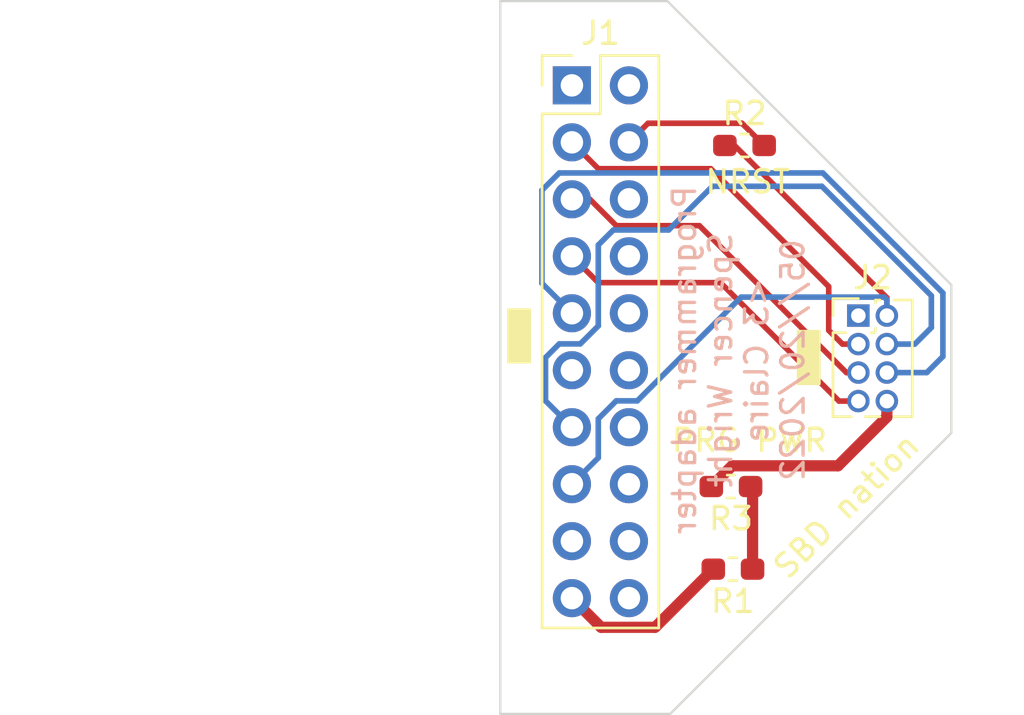
<source format=kicad_pcb>
(kicad_pcb (version 20171130) (host pcbnew "(5.1.6-0-10_14)")

  (general
    (thickness 1.6)
    (drawings 14)
    (tracks 60)
    (zones 0)
    (modules 5)
    (nets 13)
  )

  (page A4)
  (layers
    (0 F.Cu signal)
    (1 PWR power hide)
    (2 GND power hide)
    (31 B.Cu signal)
    (32 B.Adhes user)
    (33 F.Adhes user)
    (34 B.Paste user)
    (35 F.Paste user)
    (36 B.SilkS user)
    (37 F.SilkS user)
    (38 B.Mask user)
    (39 F.Mask user)
    (40 Dwgs.User user)
    (41 Cmts.User user)
    (42 Eco1.User user)
    (43 Eco2.User user)
    (44 Edge.Cuts user)
    (45 Margin user)
    (46 B.CrtYd user)
    (47 F.CrtYd user)
    (48 B.Fab user)
    (49 F.Fab user)
  )

  (setup
    (last_trace_width 0.25)
    (user_trace_width 0.499872)
    (trace_clearance 0.2)
    (zone_clearance 0.508)
    (zone_45_only no)
    (trace_min 0.2)
    (via_size 0.8)
    (via_drill 0.4)
    (via_min_size 0.4)
    (via_min_drill 0.3)
    (uvia_size 0.3)
    (uvia_drill 0.1)
    (uvias_allowed no)
    (uvia_min_size 0.2)
    (uvia_min_drill 0.1)
    (edge_width 0.05)
    (segment_width 0.2)
    (pcb_text_width 0.3)
    (pcb_text_size 1.5 1.5)
    (mod_edge_width 0.12)
    (mod_text_size 1 1)
    (mod_text_width 0.15)
    (pad_size 1.524 1.524)
    (pad_drill 0.762)
    (pad_to_mask_clearance 0.05)
    (aux_axis_origin 0 0)
    (visible_elements FFFFFF7F)
    (pcbplotparams
      (layerselection 0x010fc_ffffffff)
      (usegerberextensions false)
      (usegerberattributes true)
      (usegerberadvancedattributes false)
      (creategerberjobfile true)
      (excludeedgelayer true)
      (linewidth 0.100000)
      (plotframeref false)
      (viasonmask false)
      (mode 1)
      (useauxorigin false)
      (hpglpennumber 1)
      (hpglpenspeed 20)
      (hpglpendiameter 15.000000)
      (psnegative false)
      (psa4output false)
      (plotreference true)
      (plotvalue false)
      (plotinvisibletext false)
      (padsonsilk false)
      (subtractmaskfromsilk true)
      (outputformat 1)
      (mirror false)
      (drillshape 0)
      (scaleselection 1)
      (outputdirectory ""))
  )

  (net 0 "")
  (net 1 /MCU_VDD)
  (net 2 /JNTRST)
  (net 3 GND)
  (net 4 /JTDI)
  (net 5 /SWDIO)
  (net 6 /SWCLK)
  (net 7 "Net-(J1-Pad11)")
  (net 8 /JTDO)
  (net 9 /NRST)
  (net 10 "Net-(J1-Pad17)")
  (net 11 "Net-(J1-Pad19)")
  (net 12 +3V3)

  (net_class Default "This is the default net class."
    (clearance 0.2)
    (trace_width 0.25)
    (via_dia 0.8)
    (via_drill 0.4)
    (uvia_dia 0.3)
    (uvia_drill 0.1)
    (add_net +3V3)
    (add_net /JNTRST)
    (add_net /JTDI)
    (add_net /JTDO)
    (add_net /MCU_VDD)
    (add_net /NRST)
    (add_net /SWCLK)
    (add_net /SWDIO)
    (add_net GND)
    (add_net "Net-(J1-Pad11)")
    (add_net "Net-(J1-Pad17)")
    (add_net "Net-(J1-Pad19)")
  )

  (module Connector_PinHeader_2.54mm:PinHeader_2x10_P2.54mm_Vertical (layer F.Cu) (tedit 59FED5CC) (tstamp 6287CC37)
    (at 69.23 54.53)
    (descr "Through hole straight pin header, 2x10, 2.54mm pitch, double rows")
    (tags "Through hole pin header THT 2x10 2.54mm double row")
    (path /6287C287)
    (fp_text reference J1 (at 1.27 -2.33) (layer F.SilkS)
      (effects (font (size 1 1) (thickness 0.15)))
    )
    (fp_text value Conn_01x20_Male (at 1.27 25.19) (layer F.Fab)
      (effects (font (size 1 1) (thickness 0.15)))
    )
    (fp_line (start 4.35 -1.8) (end -1.8 -1.8) (layer F.CrtYd) (width 0.05))
    (fp_line (start 4.35 24.65) (end 4.35 -1.8) (layer F.CrtYd) (width 0.05))
    (fp_line (start -1.8 24.65) (end 4.35 24.65) (layer F.CrtYd) (width 0.05))
    (fp_line (start -1.8 -1.8) (end -1.8 24.65) (layer F.CrtYd) (width 0.05))
    (fp_line (start -1.33 -1.33) (end 0 -1.33) (layer F.SilkS) (width 0.12))
    (fp_line (start -1.33 0) (end -1.33 -1.33) (layer F.SilkS) (width 0.12))
    (fp_line (start 1.27 -1.33) (end 3.87 -1.33) (layer F.SilkS) (width 0.12))
    (fp_line (start 1.27 1.27) (end 1.27 -1.33) (layer F.SilkS) (width 0.12))
    (fp_line (start -1.33 1.27) (end 1.27 1.27) (layer F.SilkS) (width 0.12))
    (fp_line (start 3.87 -1.33) (end 3.87 24.19) (layer F.SilkS) (width 0.12))
    (fp_line (start -1.33 1.27) (end -1.33 24.19) (layer F.SilkS) (width 0.12))
    (fp_line (start -1.33 24.19) (end 3.87 24.19) (layer F.SilkS) (width 0.12))
    (fp_line (start -1.27 0) (end 0 -1.27) (layer F.Fab) (width 0.1))
    (fp_line (start -1.27 24.13) (end -1.27 0) (layer F.Fab) (width 0.1))
    (fp_line (start 3.81 24.13) (end -1.27 24.13) (layer F.Fab) (width 0.1))
    (fp_line (start 3.81 -1.27) (end 3.81 24.13) (layer F.Fab) (width 0.1))
    (fp_line (start 0 -1.27) (end 3.81 -1.27) (layer F.Fab) (width 0.1))
    (fp_text user %R (at 1.27 11.43 90) (layer F.Fab)
      (effects (font (size 1 1) (thickness 0.15)))
    )
    (pad 1 thru_hole rect (at 0 0) (size 1.7 1.7) (drill 1) (layers *.Cu *.Mask)
      (net 1 /MCU_VDD))
    (pad 2 thru_hole oval (at 2.54 0) (size 1.7 1.7) (drill 1) (layers *.Cu *.Mask)
      (net 1 /MCU_VDD))
    (pad 3 thru_hole oval (at 0 2.54) (size 1.7 1.7) (drill 1) (layers *.Cu *.Mask)
      (net 2 /JNTRST))
    (pad 4 thru_hole oval (at 2.54 2.54) (size 1.7 1.7) (drill 1) (layers *.Cu *.Mask)
      (net 3 GND))
    (pad 5 thru_hole oval (at 0 5.08) (size 1.7 1.7) (drill 1) (layers *.Cu *.Mask)
      (net 4 /JTDI))
    (pad 6 thru_hole oval (at 2.54 5.08) (size 1.7 1.7) (drill 1) (layers *.Cu *.Mask)
      (net 3 GND))
    (pad 7 thru_hole oval (at 0 7.62) (size 1.7 1.7) (drill 1) (layers *.Cu *.Mask)
      (net 5 /SWDIO))
    (pad 8 thru_hole oval (at 2.54 7.62) (size 1.7 1.7) (drill 1) (layers *.Cu *.Mask)
      (net 3 GND))
    (pad 9 thru_hole oval (at 0 10.16) (size 1.7 1.7) (drill 1) (layers *.Cu *.Mask)
      (net 6 /SWCLK))
    (pad 10 thru_hole oval (at 2.54 10.16) (size 1.7 1.7) (drill 1) (layers *.Cu *.Mask)
      (net 3 GND))
    (pad 11 thru_hole oval (at 0 12.7) (size 1.7 1.7) (drill 1) (layers *.Cu *.Mask)
      (net 7 "Net-(J1-Pad11)"))
    (pad 12 thru_hole oval (at 2.54 12.7) (size 1.7 1.7) (drill 1) (layers *.Cu *.Mask)
      (net 3 GND))
    (pad 13 thru_hole oval (at 0 15.24) (size 1.7 1.7) (drill 1) (layers *.Cu *.Mask)
      (net 8 /JTDO))
    (pad 14 thru_hole oval (at 2.54 15.24) (size 1.7 1.7) (drill 1) (layers *.Cu *.Mask)
      (net 3 GND))
    (pad 15 thru_hole oval (at 0 17.78) (size 1.7 1.7) (drill 1) (layers *.Cu *.Mask)
      (net 9 /NRST))
    (pad 16 thru_hole oval (at 2.54 17.78) (size 1.7 1.7) (drill 1) (layers *.Cu *.Mask)
      (net 3 GND))
    (pad 17 thru_hole oval (at 0 20.32) (size 1.7 1.7) (drill 1) (layers *.Cu *.Mask)
      (net 10 "Net-(J1-Pad17)"))
    (pad 18 thru_hole oval (at 2.54 20.32) (size 1.7 1.7) (drill 1) (layers *.Cu *.Mask)
      (net 3 GND))
    (pad 19 thru_hole oval (at 0 22.86) (size 1.7 1.7) (drill 1) (layers *.Cu *.Mask)
      (net 11 "Net-(J1-Pad19)"))
    (pad 20 thru_hole oval (at 2.54 22.86) (size 1.7 1.7) (drill 1) (layers *.Cu *.Mask)
      (net 3 GND))
    (model ${KISYS3DMOD}/Connector_PinHeader_2.54mm.3dshapes/PinHeader_2x10_P2.54mm_Vertical.wrl
      (at (xyz 0 0 0))
      (scale (xyz 1 1 1))
      (rotate (xyz 0 0 0))
    )
  )

  (module Connector_PinHeader_1.27mm:PinHeader_2x04_P1.27mm_Vertical (layer F.Cu) (tedit 59FED6E3) (tstamp 6287CC5A)
    (at 81.9912 64.7954)
    (descr "Through hole straight pin header, 2x04, 1.27mm pitch, double rows")
    (tags "Through hole pin header THT 2x04 1.27mm double row")
    (path /6287DFCF)
    (fp_text reference J2 (at 0.635 -1.695) (layer F.SilkS)
      (effects (font (size 1 1) (thickness 0.15)))
    )
    (fp_text value Conn_01x08_Male (at 0.635 5.505) (layer F.Fab)
      (effects (font (size 1 1) (thickness 0.15)))
    )
    (fp_line (start 2.85 -1.15) (end -1.6 -1.15) (layer F.CrtYd) (width 0.05))
    (fp_line (start 2.85 4.95) (end 2.85 -1.15) (layer F.CrtYd) (width 0.05))
    (fp_line (start -1.6 4.95) (end 2.85 4.95) (layer F.CrtYd) (width 0.05))
    (fp_line (start -1.6 -1.15) (end -1.6 4.95) (layer F.CrtYd) (width 0.05))
    (fp_line (start -1.13 -0.76) (end 0 -0.76) (layer F.SilkS) (width 0.12))
    (fp_line (start -1.13 0) (end -1.13 -0.76) (layer F.SilkS) (width 0.12))
    (fp_line (start 1.57753 -0.695) (end 2.4 -0.695) (layer F.SilkS) (width 0.12))
    (fp_line (start 0.76 -0.695) (end 0.96247 -0.695) (layer F.SilkS) (width 0.12))
    (fp_line (start 0.76 -0.563471) (end 0.76 -0.695) (layer F.SilkS) (width 0.12))
    (fp_line (start 0.76 0.706529) (end 0.76 0.563471) (layer F.SilkS) (width 0.12))
    (fp_line (start 0.563471 0.76) (end 0.706529 0.76) (layer F.SilkS) (width 0.12))
    (fp_line (start -1.13 0.76) (end -0.563471 0.76) (layer F.SilkS) (width 0.12))
    (fp_line (start 2.4 -0.695) (end 2.4 4.505) (layer F.SilkS) (width 0.12))
    (fp_line (start -1.13 0.76) (end -1.13 4.505) (layer F.SilkS) (width 0.12))
    (fp_line (start 0.30753 4.505) (end 0.96247 4.505) (layer F.SilkS) (width 0.12))
    (fp_line (start 1.57753 4.505) (end 2.4 4.505) (layer F.SilkS) (width 0.12))
    (fp_line (start -1.13 4.505) (end -0.30753 4.505) (layer F.SilkS) (width 0.12))
    (fp_line (start -1.07 0.2175) (end -0.2175 -0.635) (layer F.Fab) (width 0.1))
    (fp_line (start -1.07 4.445) (end -1.07 0.2175) (layer F.Fab) (width 0.1))
    (fp_line (start 2.34 4.445) (end -1.07 4.445) (layer F.Fab) (width 0.1))
    (fp_line (start 2.34 -0.635) (end 2.34 4.445) (layer F.Fab) (width 0.1))
    (fp_line (start -0.2175 -0.635) (end 2.34 -0.635) (layer F.Fab) (width 0.1))
    (fp_text user %R (at 0.635 1.905 90) (layer F.Fab)
      (effects (font (size 1 1) (thickness 0.15)))
    )
    (pad 1 thru_hole rect (at 0 0) (size 1 1) (drill 0.65) (layers *.Cu *.Mask)
      (net 3 GND))
    (pad 2 thru_hole oval (at 1.27 0) (size 1 1) (drill 0.65) (layers *.Cu *.Mask)
      (net 9 /NRST))
    (pad 3 thru_hole oval (at 0 1.27) (size 1 1) (drill 0.65) (layers *.Cu *.Mask)
      (net 2 /JNTRST))
    (pad 4 thru_hole oval (at 1.27 1.27) (size 1 1) (drill 0.65) (layers *.Cu *.Mask)
      (net 8 /JTDO))
    (pad 5 thru_hole oval (at 0 2.54) (size 1 1) (drill 0.65) (layers *.Cu *.Mask)
      (net 4 /JTDI))
    (pad 6 thru_hole oval (at 1.27 2.54) (size 1 1) (drill 0.65) (layers *.Cu *.Mask)
      (net 6 /SWCLK))
    (pad 7 thru_hole oval (at 0 3.81) (size 1 1) (drill 0.65) (layers *.Cu *.Mask)
      (net 5 /SWDIO))
    (pad 8 thru_hole oval (at 1.27 3.81) (size 1 1) (drill 0.65) (layers *.Cu *.Mask)
      (net 1 /MCU_VDD))
    (model ${KISYS3DMOD}/Connector_PinHeader_1.27mm.3dshapes/PinHeader_2x04_P1.27mm_Vertical.wrl
      (at (xyz 0 0 0))
      (scale (xyz 1 1 1))
      (rotate (xyz 0 0 0))
    )
  )

  (module Resistor_SMD:R_0603_1608Metric_Pad1.05x0.95mm_HandSolder (layer F.Cu) (tedit 5B301BBD) (tstamp 6287CC6B)
    (at 76.4032 76.0984 180)
    (descr "Resistor SMD 0603 (1608 Metric), square (rectangular) end terminal, IPC_7351 nominal with elongated pad for handsoldering. (Body size source: http://www.tortai-tech.com/upload/download/2011102023233369053.pdf), generated with kicad-footprint-generator")
    (tags "resistor handsolder")
    (path /628837D1)
    (attr smd)
    (fp_text reference R1 (at 0 -1.43) (layer F.SilkS)
      (effects (font (size 1 1) (thickness 0.15)))
    )
    (fp_text value 0 (at 0 1.43) (layer F.Fab)
      (effects (font (size 1 1) (thickness 0.15)))
    )
    (fp_line (start 1.65 0.73) (end -1.65 0.73) (layer F.CrtYd) (width 0.05))
    (fp_line (start 1.65 -0.73) (end 1.65 0.73) (layer F.CrtYd) (width 0.05))
    (fp_line (start -1.65 -0.73) (end 1.65 -0.73) (layer F.CrtYd) (width 0.05))
    (fp_line (start -1.65 0.73) (end -1.65 -0.73) (layer F.CrtYd) (width 0.05))
    (fp_line (start -0.171267 0.51) (end 0.171267 0.51) (layer F.SilkS) (width 0.12))
    (fp_line (start -0.171267 -0.51) (end 0.171267 -0.51) (layer F.SilkS) (width 0.12))
    (fp_line (start 0.8 0.4) (end -0.8 0.4) (layer F.Fab) (width 0.1))
    (fp_line (start 0.8 -0.4) (end 0.8 0.4) (layer F.Fab) (width 0.1))
    (fp_line (start -0.8 -0.4) (end 0.8 -0.4) (layer F.Fab) (width 0.1))
    (fp_line (start -0.8 0.4) (end -0.8 -0.4) (layer F.Fab) (width 0.1))
    (fp_text user %R (at 0 0) (layer F.Fab)
      (effects (font (size 0.4 0.4) (thickness 0.06)))
    )
    (pad 1 smd roundrect (at -0.875 0 180) (size 1.05 0.95) (layers F.Cu F.Paste F.Mask) (roundrect_rratio 0.25)
      (net 12 +3V3))
    (pad 2 smd roundrect (at 0.875 0 180) (size 1.05 0.95) (layers F.Cu F.Paste F.Mask) (roundrect_rratio 0.25)
      (net 11 "Net-(J1-Pad19)"))
    (model ${KISYS3DMOD}/Resistor_SMD.3dshapes/R_0603_1608Metric.wrl
      (at (xyz 0 0 0))
      (scale (xyz 1 1 1))
      (rotate (xyz 0 0 0))
    )
  )

  (module Resistor_SMD:R_0603_1608Metric_Pad1.05x0.95mm_HandSolder (layer F.Cu) (tedit 5B301BBD) (tstamp 6287CC7C)
    (at 76.92 57.21)
    (descr "Resistor SMD 0603 (1608 Metric), square (rectangular) end terminal, IPC_7351 nominal with elongated pad for handsoldering. (Body size source: http://www.tortai-tech.com/upload/download/2011102023233369053.pdf), generated with kicad-footprint-generator")
    (tags "resistor handsolder")
    (path /6288D2E4)
    (attr smd)
    (fp_text reference R2 (at 0 -1.43) (layer F.SilkS)
      (effects (font (size 1 1) (thickness 0.15)))
    )
    (fp_text value DNI (at 0 1.43) (layer F.Fab)
      (effects (font (size 1 1) (thickness 0.15)))
    )
    (fp_text user %R (at 0 0) (layer F.Fab)
      (effects (font (size 0.4 0.4) (thickness 0.06)))
    )
    (fp_line (start -0.8 0.4) (end -0.8 -0.4) (layer F.Fab) (width 0.1))
    (fp_line (start -0.8 -0.4) (end 0.8 -0.4) (layer F.Fab) (width 0.1))
    (fp_line (start 0.8 -0.4) (end 0.8 0.4) (layer F.Fab) (width 0.1))
    (fp_line (start 0.8 0.4) (end -0.8 0.4) (layer F.Fab) (width 0.1))
    (fp_line (start -0.171267 -0.51) (end 0.171267 -0.51) (layer F.SilkS) (width 0.12))
    (fp_line (start -0.171267 0.51) (end 0.171267 0.51) (layer F.SilkS) (width 0.12))
    (fp_line (start -1.65 0.73) (end -1.65 -0.73) (layer F.CrtYd) (width 0.05))
    (fp_line (start -1.65 -0.73) (end 1.65 -0.73) (layer F.CrtYd) (width 0.05))
    (fp_line (start 1.65 -0.73) (end 1.65 0.73) (layer F.CrtYd) (width 0.05))
    (fp_line (start 1.65 0.73) (end -1.65 0.73) (layer F.CrtYd) (width 0.05))
    (pad 2 smd roundrect (at 0.875 0) (size 1.05 0.95) (layers F.Cu F.Paste F.Mask) (roundrect_rratio 0.25)
      (net 3 GND))
    (pad 1 smd roundrect (at -0.875 0) (size 1.05 0.95) (layers F.Cu F.Paste F.Mask) (roundrect_rratio 0.25)
      (net 9 /NRST))
    (model ${KISYS3DMOD}/Resistor_SMD.3dshapes/R_0603_1608Metric.wrl
      (at (xyz 0 0 0))
      (scale (xyz 1 1 1))
      (rotate (xyz 0 0 0))
    )
  )

  (module Resistor_SMD:R_0603_1608Metric_Pad1.05x0.95mm_HandSolder (layer F.Cu) (tedit 5B301BBD) (tstamp 6287CC8D)
    (at 76.3156 72.4154 180)
    (descr "Resistor SMD 0603 (1608 Metric), square (rectangular) end terminal, IPC_7351 nominal with elongated pad for handsoldering. (Body size source: http://www.tortai-tech.com/upload/download/2011102023233369053.pdf), generated with kicad-footprint-generator")
    (tags "resistor handsolder")
    (path /62892696)
    (attr smd)
    (fp_text reference R3 (at 0 -1.43) (layer F.SilkS)
      (effects (font (size 1 1) (thickness 0.15)))
    )
    (fp_text value DNI (at 0 1.43) (layer F.Fab)
      (effects (font (size 1 1) (thickness 0.15)))
    )
    (fp_line (start 1.65 0.73) (end -1.65 0.73) (layer F.CrtYd) (width 0.05))
    (fp_line (start 1.65 -0.73) (end 1.65 0.73) (layer F.CrtYd) (width 0.05))
    (fp_line (start -1.65 -0.73) (end 1.65 -0.73) (layer F.CrtYd) (width 0.05))
    (fp_line (start -1.65 0.73) (end -1.65 -0.73) (layer F.CrtYd) (width 0.05))
    (fp_line (start -0.171267 0.51) (end 0.171267 0.51) (layer F.SilkS) (width 0.12))
    (fp_line (start -0.171267 -0.51) (end 0.171267 -0.51) (layer F.SilkS) (width 0.12))
    (fp_line (start 0.8 0.4) (end -0.8 0.4) (layer F.Fab) (width 0.1))
    (fp_line (start 0.8 -0.4) (end 0.8 0.4) (layer F.Fab) (width 0.1))
    (fp_line (start -0.8 -0.4) (end 0.8 -0.4) (layer F.Fab) (width 0.1))
    (fp_line (start -0.8 0.4) (end -0.8 -0.4) (layer F.Fab) (width 0.1))
    (fp_text user %R (at 0 0) (layer F.Fab)
      (effects (font (size 0.4 0.4) (thickness 0.06)))
    )
    (pad 1 smd roundrect (at -0.875 0 180) (size 1.05 0.95) (layers F.Cu F.Paste F.Mask) (roundrect_rratio 0.25)
      (net 12 +3V3))
    (pad 2 smd roundrect (at 0.875 0 180) (size 1.05 0.95) (layers F.Cu F.Paste F.Mask) (roundrect_rratio 0.25)
      (net 1 /MCU_VDD))
    (model ${KISYS3DMOD}/Resistor_SMD.3dshapes/R_0603_1608Metric.wrl
      (at (xyz 0 0 0))
      (scale (xyz 1 1 1))
      (rotate (xyz 0 0 0))
    )
  )

  (gr_poly (pts (xy 80.264 67.818) (xy 80.2386 67.818) (xy 80.264 67.8434) (xy 79.2988 67.8434) (xy 79.2988 65.4812) (xy 80.264 65.4812)) (layer F.SilkS) (width 0.1) (tstamp 6287D37E))
  (gr_poly (pts (xy 67.3608 66.8528) (xy 67.3354 66.8528) (xy 67.3608 66.8782) (xy 66.3956 66.8782) (xy 66.3956 64.516) (xy 67.3608 64.516)) (layer F.SilkS) (width 0.1))
  (gr_text "PRG PWR" (at 77.1398 70.358) (layer F.SilkS) (tstamp 6287D321)
    (effects (font (size 1 1) (thickness 0.15)))
  )
  (gr_text NRST (at 77.0636 58.8264) (layer F.SilkS) (tstamp 6287D321)
    (effects (font (size 1 1) (thickness 0.15)))
  )
  (gr_text "SBD nation" (at 81.4578 73.279 45) (layer F.SilkS)
    (effects (font (size 1 1) (thickness 0.15)))
  )
  (gr_text "Programmer adapter\nSpencer Wright\n<3 Claire\n05//20/2022" (at 76.6572 66.7766 90) (layer B.SilkS)
    (effects (font (size 1 1) (thickness 0.15)) (justify mirror))
  )
  (dimension 31.75 (width 0.15) (layer Dwgs.User)
    (gr_text "1.2500 in" (at 57.12 66.675 270) (layer Dwgs.User)
      (effects (font (size 1 1) (thickness 0.15)))
    )
    (feature1 (pts (xy 66.04 82.55) (xy 57.833579 82.55)))
    (feature2 (pts (xy 66.04 50.8) (xy 57.833579 50.8)))
    (crossbar (pts (xy 58.42 50.8) (xy 58.42 82.55)))
    (arrow1a (pts (xy 58.42 82.55) (xy 57.833579 81.423496)))
    (arrow1b (pts (xy 58.42 82.55) (xy 59.006421 81.423496)))
    (arrow2a (pts (xy 58.42 50.8) (xy 57.833579 51.926504)))
    (arrow2b (pts (xy 58.42 50.8) (xy 59.006421 51.926504)))
  )
  (gr_line (start 86.1314 70.0278) (end 86.1314 63.4238) (layer Edge.Cuts) (width 0.1))
  (gr_line (start 73.4822 50.7746) (end 86.1314 63.4238) (layer Edge.Cuts) (width 0.1))
  (gr_line (start 66.04 50.7746) (end 73.4822 50.7746) (layer Edge.Cuts) (width 0.1))
  (gr_line (start 66.04 82.55) (end 66.04 50.7746) (layer Edge.Cuts) (width 0.1))
  (gr_line (start 73.6092 82.55) (end 66.04 82.55) (layer Edge.Cuts) (width 0.1))
  (gr_line (start 86.1314 70.0278) (end 73.6092 82.55) (layer Edge.Cuts) (width 0.1))
  (dimension 15.875 (width 0.15) (layer Dwgs.User)
    (gr_text "0.6250 in" (at 47.4172 58.7375 270) (layer Dwgs.User)
      (effects (font (size 1 1) (thickness 0.15)))
    )
    (feature1 (pts (xy 66.04 66.675) (xy 48.130779 66.675)))
    (feature2 (pts (xy 66.04 50.8) (xy 48.130779 50.8)))
    (crossbar (pts (xy 48.7172 50.8) (xy 48.7172 66.675)))
    (arrow1a (pts (xy 48.7172 66.675) (xy 48.130779 65.548496)))
    (arrow1b (pts (xy 48.7172 66.675) (xy 49.303621 65.548496)))
    (arrow2a (pts (xy 48.7172 50.8) (xy 48.130779 51.926504)))
    (arrow2b (pts (xy 48.7172 50.8) (xy 49.303621 51.926504)))
  )

  (segment (start 76.365546 71.490454) (end 75.4406 72.4154) (width 0.499872) (layer F.Cu) (net 1))
  (segment (start 83.2612 69.312506) (end 81.083252 71.490454) (width 0.499872) (layer F.Cu) (net 1))
  (segment (start 81.083252 71.490454) (end 76.365546 71.490454) (width 0.499872) (layer F.Cu) (net 1))
  (segment (start 83.2612 68.6054) (end 83.2612 69.312506) (width 0.499872) (layer F.Cu) (net 1))
  (segment (start 81.284094 66.0654) (end 80.6704 65.451706) (width 0.25) (layer F.Cu) (net 2))
  (segment (start 81.9912 66.0654) (end 81.284094 66.0654) (width 0.25) (layer F.Cu) (net 2))
  (segment (start 80.6704 65.451706) (end 80.6704 63.5) (width 0.25) (layer F.Cu) (net 2))
  (segment (start 75.415401 58.245001) (end 70.405001 58.245001) (width 0.25) (layer F.Cu) (net 2))
  (segment (start 70.405001 58.245001) (end 69.23 57.07) (width 0.25) (layer F.Cu) (net 2))
  (segment (start 80.6704 63.5) (end 75.415401 58.245001) (width 0.25) (layer F.Cu) (net 2))
  (segment (start 76.805001 56.220001) (end 72.619999 56.220001) (width 0.25) (layer F.Cu) (net 3))
  (segment (start 72.619999 56.220001) (end 71.77 57.07) (width 0.25) (layer F.Cu) (net 3))
  (segment (start 77.795 57.21) (end 76.805001 56.220001) (width 0.25) (layer F.Cu) (net 3))
  (segment (start 71.205999 60.785001) (end 74.907401 60.785001) (width 0.25) (layer F.Cu) (net 4))
  (segment (start 70.030998 59.61) (end 71.205999 60.785001) (width 0.25) (layer F.Cu) (net 4))
  (segment (start 69.23 59.61) (end 70.030998 59.61) (width 0.25) (layer F.Cu) (net 4))
  (segment (start 81.4578 67.3354) (end 81.9912 67.3354) (width 0.25) (layer F.Cu) (net 4))
  (segment (start 74.907401 60.785001) (end 81.4578 67.3354) (width 0.25) (layer F.Cu) (net 4))
  (segment (start 81.9912 68.6054) (end 81.1276 68.6054) (width 0.25) (layer F.Cu) (net 5))
  (segment (start 75.847201 63.325001) (end 70.405001 63.325001) (width 0.25) (layer F.Cu) (net 5))
  (segment (start 70.405001 63.325001) (end 69.23 62.15) (width 0.25) (layer F.Cu) (net 5))
  (segment (start 81.1276 68.6054) (end 75.847201 63.325001) (width 0.25) (layer F.Cu) (net 5))
  (segment (start 83.2612 67.3354) (end 85.0392 67.3354) (width 0.25) (layer B.Cu) (net 6))
  (segment (start 85.0392 67.3354) (end 85.75639 66.61821) (width 0.25) (layer B.Cu) (net 6))
  (segment (start 85.75639 66.61821) (end 85.75639 63.78539) (width 0.25) (layer B.Cu) (net 6))
  (segment (start 67.8942 63.3542) (end 69.23 64.69) (width 0.25) (layer B.Cu) (net 6))
  (segment (start 68.665999 58.434999) (end 67.8942 59.206798) (width 0.25) (layer B.Cu) (net 6))
  (segment (start 80.405999 58.434999) (end 68.665999 58.434999) (width 0.25) (layer B.Cu) (net 6))
  (segment (start 67.8942 59.206798) (end 67.8942 63.3542) (width 0.25) (layer B.Cu) (net 6))
  (segment (start 85.75639 63.78539) (end 80.405999 58.434999) (width 0.25) (layer B.Cu) (net 6))
  (segment (start 83.2612 66.0654) (end 84.5058 66.0654) (width 0.25) (layer B.Cu) (net 8))
  (segment (start 85.2424 65.3288) (end 85.2424 63.90781) (width 0.25) (layer B.Cu) (net 8))
  (segment (start 84.5058 66.0654) (end 85.2424 65.3288) (width 0.25) (layer B.Cu) (net 8))
  (segment (start 85.2424 63.90781) (end 80.36419 59.0296) (width 0.25) (layer B.Cu) (net 8))
  (segment (start 80.36419 59.0296) (end 75.4888 59.0296) (width 0.25) (layer B.Cu) (net 8))
  (segment (start 68.054999 68.594999) (end 69.23 69.77) (width 0.25) (layer B.Cu) (net 8))
  (segment (start 68.054999 66.665999) (end 68.054999 68.594999) (width 0.25) (layer B.Cu) (net 8))
  (segment (start 69.604003 66.054999) (end 68.665999 66.054999) (width 0.25) (layer B.Cu) (net 8))
  (segment (start 70.405001 65.254001) (end 69.604003 66.054999) (width 0.25) (layer B.Cu) (net 8))
  (segment (start 68.665999 66.054999) (end 68.054999 66.665999) (width 0.25) (layer B.Cu) (net 8))
  (segment (start 70.405001 61.649599) (end 70.405001 65.254001) (width 0.25) (layer B.Cu) (net 8))
  (segment (start 71.079601 60.974999) (end 70.405001 61.649599) (width 0.25) (layer B.Cu) (net 8))
  (segment (start 73.543401 60.974999) (end 71.079601 60.974999) (width 0.25) (layer B.Cu) (net 8))
  (segment (start 75.4888 59.0296) (end 73.543401 60.974999) (width 0.25) (layer B.Cu) (net 8))
  (segment (start 76.47449 57.21) (end 76.045 57.21) (width 0.25) (layer F.Cu) (net 9))
  (segment (start 83.2612 63.99671) (end 76.47449 57.21) (width 0.25) (layer F.Cu) (net 9))
  (segment (start 83.2612 64.7954) (end 83.2612 63.99671) (width 0.25) (layer F.Cu) (net 9))
  (segment (start 70.405001 69.395997) (end 70.405001 71.134999) (width 0.25) (layer B.Cu) (net 9))
  (segment (start 71.205999 68.594999) (end 70.405001 69.395997) (width 0.25) (layer B.Cu) (net 9))
  (segment (start 72.144003 68.594999) (end 71.205999 68.594999) (width 0.25) (layer B.Cu) (net 9))
  (segment (start 76.768603 63.970399) (end 72.144003 68.594999) (width 0.25) (layer B.Cu) (net 9))
  (segment (start 83.143305 63.970399) (end 76.768603 63.970399) (width 0.25) (layer B.Cu) (net 9))
  (segment (start 83.2612 64.088294) (end 83.143305 63.970399) (width 0.25) (layer B.Cu) (net 9))
  (segment (start 70.405001 71.134999) (end 69.23 72.31) (width 0.25) (layer B.Cu) (net 9))
  (segment (start 83.2612 64.7954) (end 83.2612 64.088294) (width 0.25) (layer B.Cu) (net 9))
  (segment (start 70.529937 78.689937) (end 69.23 77.39) (width 0.499872) (layer F.Cu) (net 11))
  (segment (start 72.936663 78.689937) (end 70.529937 78.689937) (width 0.499872) (layer F.Cu) (net 11))
  (segment (start 75.5282 76.0984) (end 72.936663 78.689937) (width 0.499872) (layer F.Cu) (net 11))
  (segment (start 77.2782 72.503) (end 77.1906 72.4154) (width 0.499872) (layer F.Cu) (net 12))
  (segment (start 77.2782 76.0984) (end 77.2782 72.503) (width 0.499872) (layer F.Cu) (net 12))

  (zone (net 1) (net_name /MCU_VDD) (layer PWR) (tstamp 6287D390) (hatch edge 0.508)
    (connect_pads (clearance 0.508))
    (min_thickness 0.254)
    (fill yes (arc_segments 32) (thermal_gap 0.508) (thermal_bridge_width 0.508))
    (polygon
      (pts
        (xy 91.44 82.55) (xy 66.04 82.55) (xy 66.04 50.8) (xy 91.44 50.8)
      )
    )
    (filled_polygon
      (pts
        (xy 85.446401 63.707538) (xy 85.4464 69.744063) (xy 73.325464 81.865) (xy 66.725 81.865) (xy 66.725 55.38)
        (xy 67.741928 55.38) (xy 67.754188 55.504482) (xy 67.790498 55.62418) (xy 67.849463 55.734494) (xy 67.928815 55.831185)
        (xy 68.025506 55.910537) (xy 68.13582 55.969502) (xy 68.20838 55.991513) (xy 68.076525 56.123368) (xy 67.91401 56.366589)
        (xy 67.802068 56.636842) (xy 67.745 56.92374) (xy 67.745 57.21626) (xy 67.802068 57.503158) (xy 67.91401 57.773411)
        (xy 68.076525 58.016632) (xy 68.283368 58.223475) (xy 68.45776 58.34) (xy 68.283368 58.456525) (xy 68.076525 58.663368)
        (xy 67.91401 58.906589) (xy 67.802068 59.176842) (xy 67.745 59.46374) (xy 67.745 59.75626) (xy 67.802068 60.043158)
        (xy 67.91401 60.313411) (xy 68.076525 60.556632) (xy 68.283368 60.763475) (xy 68.45776 60.88) (xy 68.283368 60.996525)
        (xy 68.076525 61.203368) (xy 67.91401 61.446589) (xy 67.802068 61.716842) (xy 67.745 62.00374) (xy 67.745 62.29626)
        (xy 67.802068 62.583158) (xy 67.91401 62.853411) (xy 68.076525 63.096632) (xy 68.283368 63.303475) (xy 68.45776 63.42)
        (xy 68.283368 63.536525) (xy 68.076525 63.743368) (xy 67.91401 63.986589) (xy 67.802068 64.256842) (xy 67.745 64.54374)
        (xy 67.745 64.83626) (xy 67.802068 65.123158) (xy 67.91401 65.393411) (xy 68.076525 65.636632) (xy 68.283368 65.843475)
        (xy 68.45776 65.96) (xy 68.283368 66.076525) (xy 68.076525 66.283368) (xy 67.91401 66.526589) (xy 67.802068 66.796842)
        (xy 67.745 67.08374) (xy 67.745 67.37626) (xy 67.802068 67.663158) (xy 67.91401 67.933411) (xy 68.076525 68.176632)
        (xy 68.283368 68.383475) (xy 68.45776 68.5) (xy 68.283368 68.616525) (xy 68.076525 68.823368) (xy 67.91401 69.066589)
        (xy 67.802068 69.336842) (xy 67.745 69.62374) (xy 67.745 69.91626) (xy 67.802068 70.203158) (xy 67.91401 70.473411)
        (xy 68.076525 70.716632) (xy 68.283368 70.923475) (xy 68.45776 71.04) (xy 68.283368 71.156525) (xy 68.076525 71.363368)
        (xy 67.91401 71.606589) (xy 67.802068 71.876842) (xy 67.745 72.16374) (xy 67.745 72.45626) (xy 67.802068 72.743158)
        (xy 67.91401 73.013411) (xy 68.076525 73.256632) (xy 68.283368 73.463475) (xy 68.45776 73.58) (xy 68.283368 73.696525)
        (xy 68.076525 73.903368) (xy 67.91401 74.146589) (xy 67.802068 74.416842) (xy 67.745 74.70374) (xy 67.745 74.99626)
        (xy 67.802068 75.283158) (xy 67.91401 75.553411) (xy 68.076525 75.796632) (xy 68.283368 76.003475) (xy 68.45776 76.12)
        (xy 68.283368 76.236525) (xy 68.076525 76.443368) (xy 67.91401 76.686589) (xy 67.802068 76.956842) (xy 67.745 77.24374)
        (xy 67.745 77.53626) (xy 67.802068 77.823158) (xy 67.91401 78.093411) (xy 68.076525 78.336632) (xy 68.283368 78.543475)
        (xy 68.526589 78.70599) (xy 68.796842 78.817932) (xy 69.08374 78.875) (xy 69.37626 78.875) (xy 69.663158 78.817932)
        (xy 69.933411 78.70599) (xy 70.176632 78.543475) (xy 70.383475 78.336632) (xy 70.5 78.16224) (xy 70.616525 78.336632)
        (xy 70.823368 78.543475) (xy 71.066589 78.70599) (xy 71.336842 78.817932) (xy 71.62374 78.875) (xy 71.91626 78.875)
        (xy 72.203158 78.817932) (xy 72.473411 78.70599) (xy 72.716632 78.543475) (xy 72.923475 78.336632) (xy 73.08599 78.093411)
        (xy 73.197932 77.823158) (xy 73.255 77.53626) (xy 73.255 77.24374) (xy 73.197932 76.956842) (xy 73.08599 76.686589)
        (xy 72.923475 76.443368) (xy 72.716632 76.236525) (xy 72.54224 76.12) (xy 72.716632 76.003475) (xy 72.923475 75.796632)
        (xy 73.08599 75.553411) (xy 73.197932 75.283158) (xy 73.255 74.99626) (xy 73.255 74.70374) (xy 73.197932 74.416842)
        (xy 73.08599 74.146589) (xy 72.923475 73.903368) (xy 72.716632 73.696525) (xy 72.54224 73.58) (xy 72.716632 73.463475)
        (xy 72.923475 73.256632) (xy 73.08599 73.013411) (xy 73.197932 72.743158) (xy 73.255 72.45626) (xy 73.255 72.16374)
        (xy 73.197932 71.876842) (xy 73.08599 71.606589) (xy 72.923475 71.363368) (xy 72.716632 71.156525) (xy 72.54224 71.04)
        (xy 72.716632 70.923475) (xy 72.923475 70.716632) (xy 73.08599 70.473411) (xy 73.197932 70.203158) (xy 73.255 69.91626)
        (xy 73.255 69.62374) (xy 73.197932 69.336842) (xy 73.08599 69.066589) (xy 72.923475 68.823368) (xy 72.716632 68.616525)
        (xy 72.54224 68.5) (xy 72.716632 68.383475) (xy 72.923475 68.176632) (xy 73.08599 67.933411) (xy 73.197932 67.663158)
        (xy 73.255 67.37626) (xy 73.255 67.08374) (xy 73.197932 66.796842) (xy 73.08599 66.526589) (xy 72.923475 66.283368)
        (xy 72.716632 66.076525) (xy 72.54224 65.96) (xy 72.716632 65.843475) (xy 72.923475 65.636632) (xy 73.08599 65.393411)
        (xy 73.197932 65.123158) (xy 73.255 64.83626) (xy 73.255 64.54374) (xy 73.205602 64.2954) (xy 80.853128 64.2954)
        (xy 80.853128 65.2954) (xy 80.865388 65.419882) (xy 80.901698 65.53958) (xy 80.946088 65.622626) (xy 80.899817 65.734333)
        (xy 80.8562 65.953612) (xy 80.8562 66.177188) (xy 80.899817 66.396467) (xy 80.985376 66.603024) (xy 81.050441 66.7004)
        (xy 80.985376 66.797776) (xy 80.899817 67.004333) (xy 80.8562 67.223612) (xy 80.8562 67.447188) (xy 80.899817 67.666467)
        (xy 80.985376 67.873024) (xy 81.050441 67.9704) (xy 80.985376 68.067776) (xy 80.899817 68.274333) (xy 80.8562 68.493612)
        (xy 80.8562 68.717188) (xy 80.899817 68.936467) (xy 80.985376 69.143024) (xy 81.109588 69.32892) (xy 81.26768 69.487012)
        (xy 81.453576 69.611224) (xy 81.660133 69.696783) (xy 81.879412 69.7404) (xy 82.102988 69.7404) (xy 82.322267 69.696783)
        (xy 82.528824 69.611224) (xy 82.630712 69.543144) (xy 82.751671 69.61961) (xy 82.959324 69.699526) (xy 83.1342 69.574529)
        (xy 83.1342 68.7324) (xy 83.3882 68.7324) (xy 83.3882 69.574529) (xy 83.563076 69.699526) (xy 83.770729 69.61961)
        (xy 83.958801 69.500718) (xy 84.120065 69.34742) (xy 84.248323 69.165606) (xy 84.338646 68.962264) (xy 84.355319 68.907274)
        (xy 84.229154 68.7324) (xy 83.3882 68.7324) (xy 83.1342 68.7324) (xy 83.123174 68.7324) (xy 83.1262 68.717188)
        (xy 83.1262 68.493612) (xy 83.123174 68.4784) (xy 83.1342 68.4784) (xy 83.1342 68.467374) (xy 83.149412 68.4704)
        (xy 83.372988 68.4704) (xy 83.3882 68.467374) (xy 83.3882 68.4784) (xy 84.229154 68.4784) (xy 84.355319 68.303526)
        (xy 84.338646 68.248536) (xy 84.248323 68.045194) (xy 84.198847 67.975058) (xy 84.267024 67.873024) (xy 84.352583 67.666467)
        (xy 84.3962 67.447188) (xy 84.3962 67.223612) (xy 84.352583 67.004333) (xy 84.267024 66.797776) (xy 84.201959 66.7004)
        (xy 84.267024 66.603024) (xy 84.352583 66.396467) (xy 84.3962 66.177188) (xy 84.3962 65.953612) (xy 84.352583 65.734333)
        (xy 84.267024 65.527776) (xy 84.201959 65.4304) (xy 84.267024 65.333024) (xy 84.352583 65.126467) (xy 84.3962 64.907188)
        (xy 84.3962 64.683612) (xy 84.352583 64.464333) (xy 84.267024 64.257776) (xy 84.142812 64.07188) (xy 83.98472 63.913788)
        (xy 83.798824 63.789576) (xy 83.592267 63.704017) (xy 83.372988 63.6604) (xy 83.149412 63.6604) (xy 82.930133 63.704017)
        (xy 82.818426 63.750288) (xy 82.73538 63.705898) (xy 82.615682 63.669588) (xy 82.4912 63.657328) (xy 81.4912 63.657328)
        (xy 81.366718 63.669588) (xy 81.24702 63.705898) (xy 81.136706 63.764863) (xy 81.040015 63.844215) (xy 80.960663 63.940906)
        (xy 80.901698 64.05122) (xy 80.865388 64.170918) (xy 80.853128 64.2954) (xy 73.205602 64.2954) (xy 73.197932 64.256842)
        (xy 73.08599 63.986589) (xy 72.923475 63.743368) (xy 72.716632 63.536525) (xy 72.54224 63.42) (xy 72.716632 63.303475)
        (xy 72.923475 63.096632) (xy 73.08599 62.853411) (xy 73.197932 62.583158) (xy 73.255 62.29626) (xy 73.255 62.00374)
        (xy 73.197932 61.716842) (xy 73.08599 61.446589) (xy 72.923475 61.203368) (xy 72.716632 60.996525) (xy 72.54224 60.88)
        (xy 72.716632 60.763475) (xy 72.923475 60.556632) (xy 73.08599 60.313411) (xy 73.197932 60.043158) (xy 73.255 59.75626)
        (xy 73.255 59.46374) (xy 73.197932 59.176842) (xy 73.08599 58.906589) (xy 72.923475 58.663368) (xy 72.716632 58.456525)
        (xy 72.54224 58.34) (xy 72.716632 58.223475) (xy 72.923475 58.016632) (xy 73.08599 57.773411) (xy 73.197932 57.503158)
        (xy 73.255 57.21626) (xy 73.255 56.92374) (xy 73.197932 56.636842) (xy 73.08599 56.366589) (xy 72.923475 56.123368)
        (xy 72.716632 55.916525) (xy 72.534466 55.794805) (xy 72.651355 55.725178) (xy 72.867588 55.530269) (xy 73.041641 55.29692)
        (xy 73.166825 55.034099) (xy 73.211476 54.88689) (xy 73.090155 54.657) (xy 71.897 54.657) (xy 71.897 54.677)
        (xy 71.643 54.677) (xy 71.643 54.657) (xy 69.357 54.657) (xy 69.357 54.677) (xy 69.103 54.677)
        (xy 69.103 54.657) (xy 67.90375 54.657) (xy 67.745 54.81575) (xy 67.741928 55.38) (xy 66.725 55.38)
        (xy 66.725 53.68) (xy 67.741928 53.68) (xy 67.745 54.24425) (xy 67.90375 54.403) (xy 69.103 54.403)
        (xy 69.103 53.20375) (xy 69.357 53.20375) (xy 69.357 54.403) (xy 71.643 54.403) (xy 71.643 53.209186)
        (xy 71.897 53.209186) (xy 71.897 54.403) (xy 73.090155 54.403) (xy 73.211476 54.17311) (xy 73.166825 54.025901)
        (xy 73.041641 53.76308) (xy 72.867588 53.529731) (xy 72.651355 53.334822) (xy 72.401252 53.185843) (xy 72.126891 53.088519)
        (xy 71.897 53.209186) (xy 71.643 53.209186) (xy 71.413109 53.088519) (xy 71.138748 53.185843) (xy 70.888645 53.334822)
        (xy 70.692498 53.511626) (xy 70.669502 53.43582) (xy 70.610537 53.325506) (xy 70.531185 53.228815) (xy 70.434494 53.149463)
        (xy 70.32418 53.090498) (xy 70.204482 53.054188) (xy 70.08 53.041928) (xy 69.51575 53.045) (xy 69.357 53.20375)
        (xy 69.103 53.20375) (xy 68.94425 53.045) (xy 68.38 53.041928) (xy 68.255518 53.054188) (xy 68.13582 53.090498)
        (xy 68.025506 53.149463) (xy 67.928815 53.228815) (xy 67.849463 53.325506) (xy 67.790498 53.43582) (xy 67.754188 53.555518)
        (xy 67.741928 53.68) (xy 66.725 53.68) (xy 66.725 51.4596) (xy 73.198464 51.4596)
      )
    )
  )
  (zone (net 3) (net_name GND) (layer GND) (tstamp 6287D38D) (hatch edge 0.508)
    (connect_pads (clearance 0.508))
    (min_thickness 0.254)
    (fill yes (arc_segments 32) (thermal_gap 0.508) (thermal_bridge_width 0.508))
    (polygon
      (pts
        (xy 91.44 82.55) (xy 66.04 82.55) (xy 66.04 50.8) (xy 91.44 50.8)
      )
    )
    (filled_polygon
      (pts
        (xy 85.446401 63.707538) (xy 85.4464 69.744063) (xy 73.325464 81.865) (xy 66.725 81.865) (xy 66.725 53.68)
        (xy 67.741928 53.68) (xy 67.741928 55.38) (xy 67.754188 55.504482) (xy 67.790498 55.62418) (xy 67.849463 55.734494)
        (xy 67.928815 55.831185) (xy 68.025506 55.910537) (xy 68.13582 55.969502) (xy 68.20838 55.991513) (xy 68.076525 56.123368)
        (xy 67.91401 56.366589) (xy 67.802068 56.636842) (xy 67.745 56.92374) (xy 67.745 57.21626) (xy 67.802068 57.503158)
        (xy 67.91401 57.773411) (xy 68.076525 58.016632) (xy 68.283368 58.223475) (xy 68.45776 58.34) (xy 68.283368 58.456525)
        (xy 68.076525 58.663368) (xy 67.91401 58.906589) (xy 67.802068 59.176842) (xy 67.745 59.46374) (xy 67.745 59.75626)
        (xy 67.802068 60.043158) (xy 67.91401 60.313411) (xy 68.076525 60.556632) (xy 68.283368 60.763475) (xy 68.45776 60.88)
        (xy 68.283368 60.996525) (xy 68.076525 61.203368) (xy 67.91401 61.446589) (xy 67.802068 61.716842) (xy 67.745 62.00374)
        (xy 67.745 62.29626) (xy 67.802068 62.583158) (xy 67.91401 62.853411) (xy 68.076525 63.096632) (xy 68.283368 63.303475)
        (xy 68.45776 63.42) (xy 68.283368 63.536525) (xy 68.076525 63.743368) (xy 67.91401 63.986589) (xy 67.802068 64.256842)
        (xy 67.745 64.54374) (xy 67.745 64.83626) (xy 67.802068 65.123158) (xy 67.91401 65.393411) (xy 68.076525 65.636632)
        (xy 68.283368 65.843475) (xy 68.45776 65.96) (xy 68.283368 66.076525) (xy 68.076525 66.283368) (xy 67.91401 66.526589)
        (xy 67.802068 66.796842) (xy 67.745 67.08374) (xy 67.745 67.37626) (xy 67.802068 67.663158) (xy 67.91401 67.933411)
        (xy 68.076525 68.176632) (xy 68.283368 68.383475) (xy 68.45776 68.5) (xy 68.283368 68.616525) (xy 68.076525 68.823368)
        (xy 67.91401 69.066589) (xy 67.802068 69.336842) (xy 67.745 69.62374) (xy 67.745 69.91626) (xy 67.802068 70.203158)
        (xy 67.91401 70.473411) (xy 68.076525 70.716632) (xy 68.283368 70.923475) (xy 68.45776 71.04) (xy 68.283368 71.156525)
        (xy 68.076525 71.363368) (xy 67.91401 71.606589) (xy 67.802068 71.876842) (xy 67.745 72.16374) (xy 67.745 72.45626)
        (xy 67.802068 72.743158) (xy 67.91401 73.013411) (xy 68.076525 73.256632) (xy 68.283368 73.463475) (xy 68.45776 73.58)
        (xy 68.283368 73.696525) (xy 68.076525 73.903368) (xy 67.91401 74.146589) (xy 67.802068 74.416842) (xy 67.745 74.70374)
        (xy 67.745 74.99626) (xy 67.802068 75.283158) (xy 67.91401 75.553411) (xy 68.076525 75.796632) (xy 68.283368 76.003475)
        (xy 68.45776 76.12) (xy 68.283368 76.236525) (xy 68.076525 76.443368) (xy 67.91401 76.686589) (xy 67.802068 76.956842)
        (xy 67.745 77.24374) (xy 67.745 77.53626) (xy 67.802068 77.823158) (xy 67.91401 78.093411) (xy 68.076525 78.336632)
        (xy 68.283368 78.543475) (xy 68.526589 78.70599) (xy 68.796842 78.817932) (xy 69.08374 78.875) (xy 69.37626 78.875)
        (xy 69.663158 78.817932) (xy 69.933411 78.70599) (xy 70.176632 78.543475) (xy 70.383475 78.336632) (xy 70.5011 78.160594)
        (xy 70.672412 78.390269) (xy 70.888645 78.585178) (xy 71.138748 78.734157) (xy 71.413109 78.831481) (xy 71.643 78.710814)
        (xy 71.643 77.517) (xy 71.897 77.517) (xy 71.897 78.710814) (xy 72.126891 78.831481) (xy 72.401252 78.734157)
        (xy 72.651355 78.585178) (xy 72.867588 78.390269) (xy 73.041641 78.15692) (xy 73.166825 77.894099) (xy 73.211476 77.74689)
        (xy 73.090155 77.517) (xy 71.897 77.517) (xy 71.643 77.517) (xy 71.623 77.517) (xy 71.623 77.263)
        (xy 71.643 77.263) (xy 71.643 74.977) (xy 71.897 74.977) (xy 71.897 77.263) (xy 73.090155 77.263)
        (xy 73.211476 77.03311) (xy 73.166825 76.885901) (xy 73.041641 76.62308) (xy 72.867588 76.389731) (xy 72.651355 76.194822)
        (xy 72.525745 76.12) (xy 72.651355 76.045178) (xy 72.867588 75.850269) (xy 73.041641 75.61692) (xy 73.166825 75.354099)
        (xy 73.211476 75.20689) (xy 73.090155 74.977) (xy 71.897 74.977) (xy 71.643 74.977) (xy 71.623 74.977)
        (xy 71.623 74.723) (xy 71.643 74.723) (xy 71.643 72.437) (xy 71.897 72.437) (xy 71.897 74.723)
        (xy 73.090155 74.723) (xy 73.211476 74.49311) (xy 73.166825 74.345901) (xy 73.041641 74.08308) (xy 72.867588 73.849731)
        (xy 72.651355 73.654822) (xy 72.525745 73.58) (xy 72.651355 73.505178) (xy 72.867588 73.310269) (xy 73.041641 73.07692)
        (xy 73.166825 72.814099) (xy 73.211476 72.66689) (xy 73.090155 72.437) (xy 71.897 72.437) (xy 71.643 72.437)
        (xy 71.623 72.437) (xy 71.623 72.183) (xy 71.643 72.183) (xy 71.643 69.897) (xy 71.897 69.897)
        (xy 71.897 72.183) (xy 73.090155 72.183) (xy 73.211476 71.95311) (xy 73.166825 71.805901) (xy 73.041641 71.54308)
        (xy 72.867588 71.309731) (xy 72.651355 71.114822) (xy 72.525745 71.04) (xy 72.651355 70.965178) (xy 72.867588 70.770269)
        (xy 73.041641 70.53692) (xy 73.166825 70.274099) (xy 73.211476 70.12689) (xy 73.090155 69.897) (xy 71.897 69.897)
        (xy 71.643 69.897) (xy 71.623 69.897) (xy 71.623 69.643) (xy 71.643 69.643) (xy 71.643 67.357)
        (xy 71.897 67.357) (xy 71.897 69.643) (xy 73.090155 69.643) (xy 73.211476 69.41311) (xy 73.166825 69.265901)
        (xy 73.041641 69.00308) (xy 72.867588 68.769731) (xy 72.651355 68.574822) (xy 72.525745 68.5) (xy 72.651355 68.425178)
        (xy 72.867588 68.230269) (xy 73.041641 67.99692) (xy 73.166825 67.734099) (xy 73.211476 67.58689) (xy 73.090155 67.357)
        (xy 71.897 67.357) (xy 71.643 67.357) (xy 71.623 67.357) (xy 71.623 67.103) (xy 71.643 67.103)
        (xy 71.643 64.817) (xy 71.897 64.817) (xy 71.897 67.103) (xy 73.090155 67.103) (xy 73.211476 66.87311)
        (xy 73.166825 66.725901) (xy 73.041641 66.46308) (xy 72.867588 66.229731) (xy 72.651355 66.034822) (xy 72.525745 65.96)
        (xy 72.651355 65.885178) (xy 72.867588 65.690269) (xy 73.041641 65.45692) (xy 73.118574 65.2954) (xy 80.853128 65.2954)
        (xy 80.865388 65.419882) (xy 80.901698 65.53958) (xy 80.946088 65.622626) (xy 80.899817 65.734333) (xy 80.8562 65.953612)
        (xy 80.8562 66.177188) (xy 80.899817 66.396467) (xy 80.985376 66.603024) (xy 81.050441 66.7004) (xy 80.985376 66.797776)
        (xy 80.899817 67.004333) (xy 80.8562 67.223612) (xy 80.8562 67.447188) (xy 80.899817 67.666467) (xy 80.985376 67.873024)
        (xy 81.050441 67.9704) (xy 80.985376 68.067776) (xy 80.899817 68.274333) (xy 80.8562 68.493612) (xy 80.8562 68.717188)
        (xy 80.899817 68.936467) (xy 80.985376 69.143024) (xy 81.109588 69.32892) (xy 81.26768 69.487012) (xy 81.453576 69.611224)
        (xy 81.660133 69.696783) (xy 81.879412 69.7404) (xy 82.102988 69.7404) (xy 82.322267 69.696783) (xy 82.528824 69.611224)
        (xy 82.6262 69.546159) (xy 82.723576 69.611224) (xy 82.930133 69.696783) (xy 83.149412 69.7404) (xy 83.372988 69.7404)
        (xy 83.592267 69.696783) (xy 83.798824 69.611224) (xy 83.98472 69.487012) (xy 84.142812 69.32892) (xy 84.267024 69.143024)
        (xy 84.352583 68.936467) (xy 84.3962 68.717188) (xy 84.3962 68.493612) (xy 84.352583 68.274333) (xy 84.267024 68.067776)
        (xy 84.201959 67.9704) (xy 84.267024 67.873024) (xy 84.352583 67.666467) (xy 84.3962 67.447188) (xy 84.3962 67.223612)
        (xy 84.352583 67.004333) (xy 84.267024 66.797776) (xy 84.201959 66.7004) (xy 84.267024 66.603024) (xy 84.352583 66.396467)
        (xy 84.3962 66.177188) (xy 84.3962 65.953612) (xy 84.352583 65.734333) (xy 84.267024 65.527776) (xy 84.201959 65.4304)
        (xy 84.267024 65.333024) (xy 84.352583 65.126467) (xy 84.3962 64.907188) (xy 84.3962 64.683612) (xy 84.352583 64.464333)
        (xy 84.267024 64.257776) (xy 84.142812 64.07188) (xy 83.98472 63.913788) (xy 83.798824 63.789576) (xy 83.592267 63.704017)
        (xy 83.372988 63.6604) (xy 83.149412 63.6604) (xy 82.930133 63.704017) (xy 82.818426 63.750288) (xy 82.73538 63.705898)
        (xy 82.615682 63.669588) (xy 82.4912 63.657328) (xy 82.27695 63.6604) (xy 82.1182 63.81915) (xy 82.1182 64.6684)
        (xy 82.129226 64.6684) (xy 82.1262 64.683612) (xy 82.1262 64.907188) (xy 82.129226 64.9224) (xy 82.1182 64.9224)
        (xy 82.1182 64.933426) (xy 82.102988 64.9304) (xy 81.879412 64.9304) (xy 81.8642 64.933426) (xy 81.8642 64.9224)
        (xy 81.01495 64.9224) (xy 80.8562 65.08115) (xy 80.853128 65.2954) (xy 73.118574 65.2954) (xy 73.166825 65.194099)
        (xy 73.211476 65.04689) (xy 73.090155 64.817) (xy 71.897 64.817) (xy 71.643 64.817) (xy 71.623 64.817)
        (xy 71.623 64.563) (xy 71.643 64.563) (xy 71.643 62.277) (xy 71.897 62.277) (xy 71.897 64.563)
        (xy 73.090155 64.563) (xy 73.211476 64.33311) (xy 73.200038 64.2954) (xy 80.853128 64.2954) (xy 80.8562 64.50965)
        (xy 81.01495 64.6684) (xy 81.8642 64.6684) (xy 81.8642 63.81915) (xy 81.70545 63.6604) (xy 81.4912 63.657328)
        (xy 81.366718 63.669588) (xy 81.24702 63.705898) (xy 81.136706 63.764863) (xy 81.040015 63.844215) (xy 80.960663 63.940906)
        (xy 80.901698 64.05122) (xy 80.865388 64.170918) (xy 80.853128 64.2954) (xy 73.200038 64.2954) (xy 73.166825 64.185901)
        (xy 73.041641 63.92308) (xy 72.867588 63.689731) (xy 72.651355 63.494822) (xy 72.525745 63.42) (xy 72.651355 63.345178)
        (xy 72.867588 63.150269) (xy 73.041641 62.91692) (xy 73.166825 62.654099) (xy 73.211476 62.50689) (xy 73.090155 62.277)
        (xy 71.897 62.277) (xy 71.643 62.277) (xy 71.623 62.277) (xy 71.623 62.023) (xy 71.643 62.023)
        (xy 71.643 59.737) (xy 71.897 59.737) (xy 71.897 62.023) (xy 73.090155 62.023) (xy 73.211476 61.79311)
        (xy 73.166825 61.645901) (xy 73.041641 61.38308) (xy 72.867588 61.149731) (xy 72.651355 60.954822) (xy 72.525745 60.88)
        (xy 72.651355 60.805178) (xy 72.867588 60.610269) (xy 73.041641 60.37692) (xy 73.166825 60.114099) (xy 73.211476 59.96689)
        (xy 73.090155 59.737) (xy 71.897 59.737) (xy 71.643 59.737) (xy 71.623 59.737) (xy 71.623 59.483)
        (xy 71.643 59.483) (xy 71.643 57.197) (xy 71.897 57.197) (xy 71.897 59.483) (xy 73.090155 59.483)
        (xy 73.211476 59.25311) (xy 73.166825 59.105901) (xy 73.041641 58.84308) (xy 72.867588 58.609731) (xy 72.651355 58.414822)
        (xy 72.525745 58.34) (xy 72.651355 58.265178) (xy 72.867588 58.070269) (xy 73.041641 57.83692) (xy 73.166825 57.574099)
        (xy 73.211476 57.42689) (xy 73.090155 57.197) (xy 71.897 57.197) (xy 71.643 57.197) (xy 71.623 57.197)
        (xy 71.623 56.943) (xy 71.643 56.943) (xy 71.643 56.923) (xy 71.897 56.923) (xy 71.897 56.943)
        (xy 73.090155 56.943) (xy 73.211476 56.71311) (xy 73.166825 56.565901) (xy 73.041641 56.30308) (xy 72.867588 56.069731)
        (xy 72.651355 55.874822) (xy 72.534466 55.805195) (xy 72.716632 55.683475) (xy 72.923475 55.476632) (xy 73.08599 55.233411)
        (xy 73.197932 54.963158) (xy 73.255 54.67626) (xy 73.255 54.38374) (xy 73.197932 54.096842) (xy 73.08599 53.826589)
        (xy 72.923475 53.583368) (xy 72.716632 53.376525) (xy 72.473411 53.21401) (xy 72.203158 53.102068) (xy 71.91626 53.045)
        (xy 71.62374 53.045) (xy 71.336842 53.102068) (xy 71.066589 53.21401) (xy 70.823368 53.376525) (xy 70.691513 53.50838)
        (xy 70.669502 53.43582) (xy 70.610537 53.325506) (xy 70.531185 53.228815) (xy 70.434494 53.149463) (xy 70.32418 53.090498)
        (xy 70.204482 53.054188) (xy 70.08 53.041928) (xy 68.38 53.041928) (xy 68.255518 53.054188) (xy 68.13582 53.090498)
        (xy 68.025506 53.149463) (xy 67.928815 53.228815) (xy 67.849463 53.325506) (xy 67.790498 53.43582) (xy 67.754188 53.555518)
        (xy 67.741928 53.68) (xy 66.725 53.68) (xy 66.725 51.4596) (xy 73.198464 51.4596)
      )
    )
  )
)

</source>
